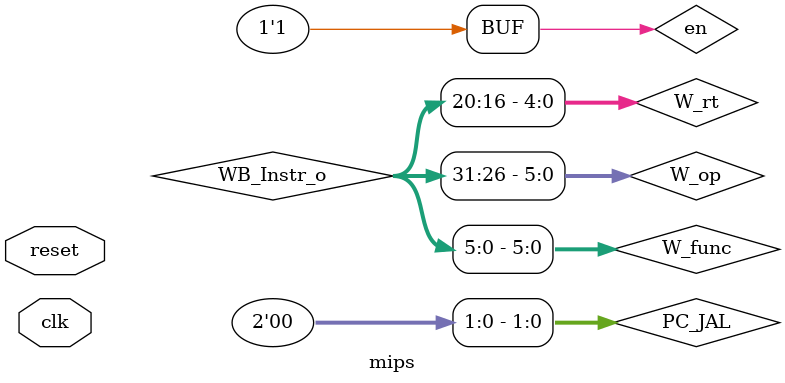
<source format=v>
`timescale 1ns / 1ps
module mips(clk,reset);	
		//---------
		input clk;
		input reset;
		
		wire [31:0] IN_PC;
		wire [31:0] IF_PC_i;
		wire [31:0] IF_Instr_i;
		wire [31:0] IF_PC_i_4;
		assign IF_PC_i_4 = IF_PC_i + 4;
		
		wire [31:0] ID_PC_o;
		wire [31:0] ID_Instr_o;
		wire [31:0] ID_PC4_o;
		wire [31:0] ID_PC8_o;
		
		wire [2:0]Multiop;
		wire start;
		wire busy;
		wire [31:0]hi;
		wire [31:0]low;
		
		wire en;
		assign en = 1;
		wire [7:0]b_type;
		
		IFU IFU (
			.clk(clk), 
			.reset(reset), 
			.IN_PC(IN_PC), 
			.PC(IF_PC_i), 
			.Instr(IF_Instr_i)
		);
		
		wire en_IFtoID;
		IFtoID IFtoID (
			.clk(clk), 
			.reset(reset), 
			.en(en_IFtoID), 
			.IF_Instr_i(IF_Instr_i), 
			.IF_PC_i(IF_PC_i),  
			.ID_PC_o(ID_PC_o),
			.ID_Instr_o(ID_Instr_o), 
			.ID_PC4_o(ID_PC4_o), 
			.ID_PC8_o(ID_PC8_o)
		);
		
		wire [5:0] D_op;	
		wire [4:0] D_rs;
		wire [4:0] D_rt;
		wire [4:0] D_rd;
		wire [5:0] D_func;
		wire [15:0]D_imm16;

		assign D_func = ID_Instr_o[5:0];
		assign D_op = ID_Instr_o[31:26];
		assign D_imm16 = ID_Instr_o[15:0];
		assign D_rs = ID_Instr_o[25:21];
		assign D_rt = ID_Instr_o[20:16];
		assign D_rd = ID_Instr_o[15:11];
	
		wire [31:0] D_RD1_forward;
		wire [31:0] D_RD1;
		wire [31:0] D_RD2_forward;
		wire [31:0] D_RD2;
		
		//assign D_RD1_forward = D_RD1;  // <----------------------------
		wire [31:0] W_RegData;
		wire W_RegWrite;
		wire [4:0]WB_RegAddr_o;
		
		wire [31:0]WB_PC_o;
		grf grf (
			.clk(clk), 
			.reset(reset), 
			.A1(D_rs), 
			.A2(D_rt), 
			.RegAddr(WB_RegAddr_o), 
			.RegData(W_RegData), 
			.RegWrite(W_RegWrite), 
			.PC(WB_PC_o), 
			.RD1(D_RD1), 
			.RD2(D_RD2)
		);
		
		wire [31:0] ID_Instr_i;
		wire [31:0] ID_PC_i;
		wire [31:0] ID_PC4_i;
		wire [31:0] ID_PC8_i;
		wire [31:0] ID_RD1_i;
		wire [31:0] ID_RD2_i;
		wire [31:0] ID_EXTout_i;
		wire [4:0] ID_RegAddr_i;
		wire [4:0] EX_RegAddr_o;
		wire [31:0] EX_Instr_o;
		wire [31:0] EX_PC_o;
		wire [31:0] EX_PC4_o;
		wire [31:0] EX_PC8_o;
		wire [31:0] EX_RD1_o;
		wire [31:0] EX_RD2_o;
		wire [31:0] EX_EXTout_o;
		
		assign ID_Instr_i = ID_Instr_o;
		assign ID_PC_i = ID_PC_o;
		assign ID_PC4_i = ID_PC4_o;
		assign ID_PC8_i = ID_PC8_o;
		assign ID_RD1_i = D_RD1_forward;
		assign ID_RD2_i = D_RD2_forward;
		
		wire [1:0] D_RegDst;
		wire D_EXTop;
		wire [2:0] PC_SELECT;
		Controller D_Controller (
			.op(D_op), 
			.func(D_func), 
			.RegDst(D_RegDst),
			.EXTop(D_EXTop),
			.PC_SELECT(PC_SELECT),
			.rt(D_rt),
			.b_type(b_type)
		);
		
		MUX_RegAddr D_MUX_RegAddr (
			.RegDst(D_RegDst), 
			.rt(D_rt), 
			.rd(D_rd), 
			.RegAddr(ID_RegAddr_i)
		);
		
		EXT D_EXT (
			.imm16(D_imm16), 
			.EXTop(D_EXTop), 
			.EXTout(ID_EXTout_i)
		);
		
		wire [7:0] b_flag;
		
		ALU D_CMP (
			 .A(D_RD1_forward), 
			 .B(D_RD2_forward), 
			 .b_flag(b_flag)
		 );
		 
		wire [1:0]ID_Tnew_i;
		wire [1:0]EX_Tnew_o;
		
		wire en_IDtoEX;
		IDtoEX IDtoEX (
			.clk(clk), 
			.reset(reset), 
			.en(en_IDtoEX), 
			 .ID_Instr_i(ID_Instr_i), 
			 .ID_PC_i(ID_PC_i), 
			 .ID_PC4_i(ID_PC4_i), 
			 .ID_PC8_i(ID_PC8_i), 
			 .ID_RD1_i(ID_RD1_i), 
			 .ID_RD2_i(ID_RD2_i), 
			 .ID_EXTout_i(ID_EXTout_i), 
			 .ID_RegAddr_i(ID_RegAddr_i), 
			 .ID_Tnew_i(ID_Tnew_i),
			 .EX_Tnew_o(EX_Tnew_o),
			 .EX_RegAddr_o(EX_RegAddr_o), 
			 .EX_Instr_o(EX_Instr_o), 
			 .EX_PC_o(EX_PC_o), 
			 .EX_PC4_o(EX_PC4_o), 
			 .EX_PC8_o(EX_PC8_o), 
			.EX_RD1_o(EX_RD1_o), 
			.EX_RD2_o(EX_RD2_o), 
			.EX_EXTout_o(EX_EXTout_o)
		);
		
		
		
		wire [5:0] E_op;	
		wire [4:0] E_rs;
		wire [4:0] E_rt;
		wire [4:0] E_rd;
		wire [5:0] E_func;
		wire [15:0]E_imm16;
		wire [4:0] E_s;
		assign E_func = EX_Instr_o[5:0];
		assign E_op = EX_Instr_o[31:26];
		assign E_imm16 = EX_Instr_o[15:0];
		assign E_rs = EX_Instr_o[25:21];
		assign E_rt = EX_Instr_o[20:16];
		assign E_rd = EX_Instr_o[15:11];
		assign E_s = EX_Instr_o[10:6];
		
		wire E_ALUSrc;
		wire [4:0]E_ALU_SELECT;
		wire [31:0] E_ALU_IN;
		wire ALUoneSrc;
		Controller E_Controller(
			.op(E_op), 
			.func(E_func), 
			.ALUSrc(E_ALUSrc), 
			.ALU_SELECT(E_ALU_SELECT),
			.rt(E_rt),
			.Multiop(Multiop),
			.start(start),
			.ALUoneSrc(ALUoneSrc)
		);	
		wire [31:0]EX_RD2_o_forward;
		
		MUX_ALUSrc E_MUX_ALUSrc (
			 .ALUSrc(E_ALUSrc), 
			 .RD2(EX_RD2_o_forward), 
			 .EXTout(EX_EXTout_o), 
			 .ALU_IN(E_ALU_IN)
		);
		
		wire [31:0] E_ALUout;
		wire [31:0] EX_RD1_o_forward;
	
		wire [31:0]ALU_A;
		assign ALU_A = ALUoneSrc ? { 27'b0 ,E_s } : EX_RD1_o_forward;
		
		ALU ALU (
			.A(ALU_A), 
			.B(E_ALU_IN), 
			.ALU_SELECT(E_ALU_SELECT), 
			.ALU_RESULT(E_ALUout)
		);

		wire [31:0] Multiout;
		assign Multiout = (Multiop == 3'b110 )?low :
								(Multiop == 3'b111) ? hi : 0;
		
	
		wire [31:0]EX_Instr_i;
		wire [31:0]EX_PC_i;
		wire [31:0]EX_PC4_i;
		wire [31:0]EX_PC8_i;
		wire [31:0]EX_ALUout_i;
		wire [31:0]EX_RT_i;
		wire [31:0]MEM_Instr_o;
		wire [31:0]MEM_PC_o;
		wire [31:0]MEM_PC4_o;
		wire [31:0]MEM_PC8_o;
		wire [31:0]MEM_ALUout_o;
		wire [31:0]MEM_RT_o;
		wire [4:0]EX_RegAddr_i;
		wire [4:0]MEM_RegAddr_o;
		
		assign EX_Instr_i = EX_Instr_o;
		assign EX_PC_i = EX_PC_o;
		assign EX_PC4_i = EX_PC4_o;
		assign EX_PC8_i = EX_PC8_o;
		
		assign EX_ALUout_i = (Multiop == 3'b110 || Multiop == 3'b111) ?  Multiout:  E_ALUout;
		//ÕâÀïµÄALUout°üÀ¨ÁË³Ë³ý·¨Ä£¿éµÄÊä³ö
		assign EX_RT_i = EX_RD2_o_forward;
		assign EX_RegAddr_i = EX_RegAddr_o;
		
		
		wire [1:0] EX_Tnew_i;
		assign EX_Tnew_i = (EX_Tnew_o == 2'b0)? 2'b0 : EX_Tnew_o - 1;
		wire [1:0] MEM_Tnew_o;
		
		EXtoMEM EXtoMEM (
			 .clk(clk), 
			 .reset(reset), 
			 .en(en), 
			 .EX_Instr_i(EX_Instr_i), 
			 .EX_PC_i(EX_PC_i), 
			 .EX_PC4_i(EX_PC4_i), 
			 .EX_PC8_i(EX_PC8_i), 
			 .EX_ALUout_i(EX_ALUout_i), 
			 .EX_RT_i(EX_RT_i), 
			 .EX_RegAddr_i(EX_RegAddr_i),
			 .EX_Tnew_i(EX_Tnew_i),
			 .MEM_Tnew_o(MEM_Tnew_o),
			 .MEM_RegAddr_o(MEM_RegAddr_o),
			 .MEM_Instr_o(MEM_Instr_o), 
			 .MEM_PC_o(MEM_PC_o), 
			 .MEM_PC4_o(MEM_PC4_o), 
			 .MEM_PC8_o(MEM_PC8_o), 
			 .MEM_ALUout_o(MEM_ALUout_o), 
			 .MEM_RT_o(MEM_RT_o)
		);
		
		wire M_MemWrite,M_MemRead;
		wire [5:0]M_op;
		wire [5:0]M_func;
		wire [4:0]M_rt;
		assign M_op = MEM_Instr_o[31:26];
		assign M_func = MEM_Instr_o[5:0];
		assign M_rt = MEM_Instr_o[20:16];
		wire M_sh,M_sb;
		
		Controller M_Controller (
			.op(M_op), 
			.func(M_func),  
			.MemWrite(M_MemWrite), 
			.MemRead(M_MemRead),
			.rt(M_rt),
			.M_sh(M_sh),
			.M_sb(M_sb)
		);	
		
		wire [31:0] M_MemAddr;
		wire [31:0]M_MemData;
		wire [31:0] M_MemOut;
		
		assign M_MemAddr = MEM_ALUout_o;
		assign M_MemData = MEM_RT_o;
		wire [31:0]M_MemData_forward;
		
		DM DM (
			.clk(clk), 
			.reset(reset), 
			.MemWrite(M_MemWrite), 
			.MemRead(M_MemRead), 
			.MemAddr(M_MemAddr), 
			.MemData(M_MemData_forward), 
			.PC(MEM_PC_o), 
			.MemOut(M_MemOut),
			.sh(M_sh),
			.sb(M_sb)
		);
		
		wire [31:0] MEM_Instr_i;
		wire [31:0] MEM_PC_i;
		wire [31:0] MEM_PC4_i;
		wire [31:0] MEM_PC8_i;
		wire [31:0] MEM_ALUout_i;
		wire [31:0] MEM_DM_i;
		wire [4:0]MEM_RegAddr_i;
	
		wire [31:0]WB_Instr_o;
		wire [31:0]WB_PC4_o;
		wire [31:0] WB_PC8_o;
		wire [31:0] WB_ALUout_o;
		wire [31:0] WB_MemData_o;
	
		
		assign MEM_Instr_i = MEM_Instr_o;
		assign MEM_PC_i = MEM_PC_o;
		assign MEM_PC4_i = MEM_PC4_o;
		assign MEM_PC8_i = MEM_PC8_o;
		assign MEM_ALUout_i = MEM_ALUout_o;
		assign MEM_DM_i = M_MemOut;
		assign MEM_RegAddr_i = MEM_RegAddr_o;
		
 		MEMtoWB MEMtoWB (
			.clk(clk), 
			.reset(reset), 
			.en(en), 
			.MEM_Instr_i(MEM_Instr_i), 
			.MEM_PC_i(MEM_PC_i), 
			.MEM_PC4_i(MEM_PC4_i), 
			.MEM_PC8_i(MEM_PC8_i), 
			.MEM_ALUout_i(MEM_ALUout_i), 
			.MEM_DM_i(MEM_DM_i), 
			.MEM_RegAddr_i(MEM_RegAddr_i), 
			.WB_RegAddr_o(WB_RegAddr_o), 
			.WB_Instr_o(WB_Instr_o), 
			.WB_PC_o(WB_PC_o), 
			.WB_PC4_o(WB_PC4_o), 
			.WB_PC8_o(WB_PC8_o), 
			.WB_ALUout_o(WB_ALUout_o), 
			.WB_MemData_o(WB_MemData_o)
			);

		wire [5:0]W_op;
		wire [5:0]W_func;
		wire [4:0]W_rt;
		assign W_op = WB_Instr_o[31:26];
		assign W_func = WB_Instr_o[5:0];
		assign W_rt = WB_Instr_o[20:16];
		wire [1:0] W_MemtoReg;
		
		wire [2:0]DMextop;
		Controller W_Controller (
			.op(W_op), 
			.func(W_func), 
			.MemtoReg(W_MemtoReg),
			.RegWrite(W_RegWrite),
			.rt(W_rt),
			.DMextop(DMextop)
		);
		wire [31:0] DMextout;
		
		MUX_RegData MUX_RegData (
			.ALU_RESULT(WB_ALUout_o), 
			.MemOut(DMextout), 
			.PC8(WB_PC8_o), 
			.MemtoReg(W_MemtoReg), 
			.RegData(W_RegData)
		);
		
			DMext DMext (
			 .Memout(WB_MemData_o), 
			 .DMextop(DMextop), 
			 .MemAddr(WB_ALUout_o), 
			 .out(DMextout)
			);
		wire [31:0]PC_BEQ;
		assign PC_BEQ = ID_PC4_o + {ID_EXTout_i,{2{1'b0}}};
		
		wire [31:0]PC_JAL;
		assign PC_JAL = {ID_PC_o[31:28], ID_Instr_o[25:0],2'b00};
	
		wire en_PC;
		nPC nPC (
			.PC4(IF_PC_i_4), 
			.PC_BEQ(PC_BEQ), 
			.PC_JAL(PC_JAL), 
			.RD1(D_RD1_forward), 
			.IN_PC(IN_PC), 
			.PC_SELECT(PC_SELECT), 
			.b_flag(b_flag),
			.en(en_PC),
			.PC(IF_PC_i),
			.b_type(b_type)
		);
	 
		
		
		
		
forward forward(
	.ID_Instr_o(ID_Instr_o), 
    .EX_Instr_o(EX_Instr_o), 
    .MEM_Instr_o(MEM_Instr_o), 
    .WB_Instr_o(WB_Instr_o), 
    .MEM_RegAddr_o(MEM_RegAddr_o), 
    .WB_RegAddr_o(WB_RegAddr_o), 
    .D_RD1(D_RD1), 
	 .D_RD2(D_RD2),
    .MEM_ALUout_o(MEM_ALUout_o), 
    .W_RegData(W_RegData), 
    .W_RegWrite(W_RegWrite), 
    .MEM_PC8_o(MEM_PC8_o), 
	 .EX_RD1_o(EX_RD1_o),
	 .EX_RD2_o(EX_RD2_o),
	 .M_MemData(M_MemData),
    .D_RD1_forward(D_RD1_forward),
	 .D_RD2_forward(D_RD2_forward),
	 .EX_RD1_o_forward(EX_RD1_o_forward),
	 .EX_RD2_o_forward(EX_RD2_o_forward),
	 .M_MemData_forward(M_MemData_forward)
    );
		
		wire [1:0] Tuse_rs;
		wire [1:0] Tuse_rt;
		// ID_Tnew_i;
		
		Stall Stall (
    .ID_Instr_o(ID_Instr_o), 
    .Tuse_rs(Tuse_rs), 
    .Tuse_rt(Tuse_rt), 
    .ID_Tnew_i(ID_Tnew_i), 
    .EX_Tnew_o(EX_Tnew_o), 
    .MEM_Tnew_o(MEM_Tnew_o), 
    .D_RD1_forward(D_RD1_forward), 
    .D_RD2_forward(D_RD2_forward), 
    .D_RD1(D_RD1), 
    .D_RD2(D_RD2), 
    .en_PC(en_PC), 
    .en_IFtoID(en_IFtoID), 
    .en_IDtoEX(en_IDtoEX), 
    .MEM_RegAddr_o(MEM_RegAddr_o), 
    .EX_RegAddr_o(EX_RegAddr_o),
	 .start(start),
	 .busy(busy)
    );
	 
	 
	 Multi Multi (
    .clk(clk), 
    .reset(reset), 
    .rs(EX_RD1_o_forward), 
    .rt(EX_RD2_o_forward), 
    .Multiop(Multiop), 
    .start(start), 
    .busy(busy), 
    .hi(hi), 
    .low(low)
    );



endmodule

</source>
